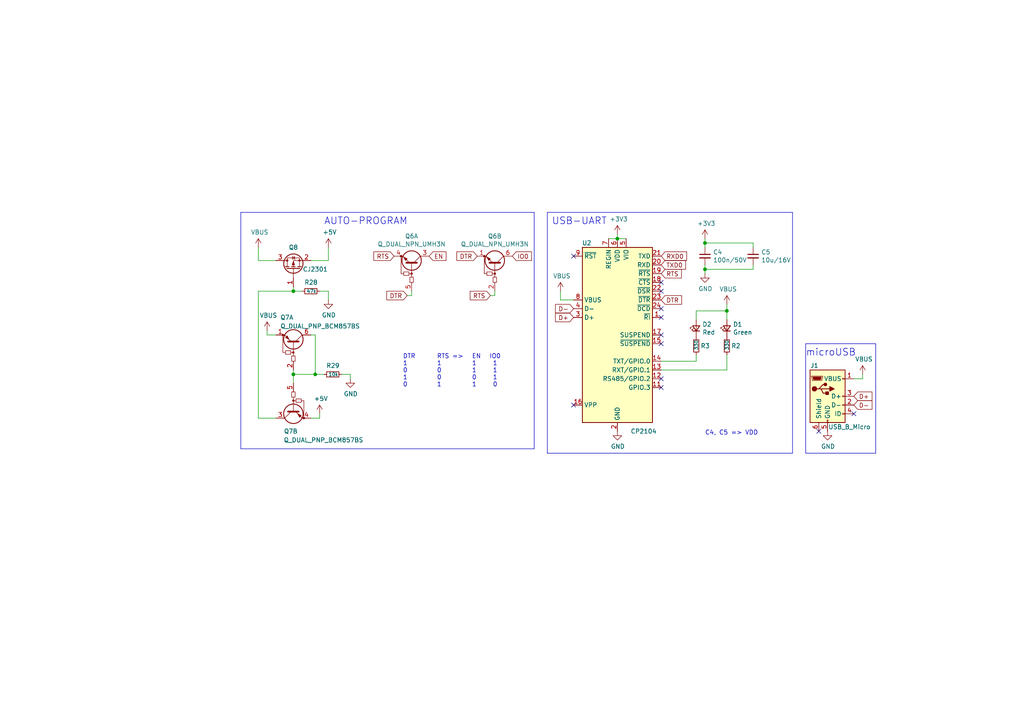
<source format=kicad_sch>
(kicad_sch (version 20230121) (generator eeschema)
  (paper "A4")
  (title_block (title "ESP32IoTPlatform") (date "2022-02-09") (rev "v4r1") (company "TVZ"))
  (lib_symbols
    (symbol "Connector:USB_B_Micro" (pin_names (offset 1.016))
      (property "Reference" "J" (at -5.08 11.43 0))
      (property "Value" "USB_B_Micro" (at -5.08 8.89 0))
      (symbol "USB_B_Micro_0_1"
        (rectangle (start -5.08 -7.62) (end 5.08 7.62) (stroke (width 0.254)) (fill (type background)))
        (circle (center -3.81 2.159) (radius 0.635) (stroke (width 0.254)) (fill (type outline)))
        (circle (center -0.635 3.429) (radius 0.381) (stroke (width 0.254)) (fill (type outline)))
        (rectangle (start -0.127 -7.62) (end 0.127 -6.858))
        (polyline (pts (xy -1.905 2.159) (xy 0.635 2.159)) (stroke (width 0.254)))
        (polyline (pts (xy -3.175 2.159) (xy -2.54 2.159) (xy -1.27 3.429) (xy -0.635 3.429)) (stroke (width 0.254)))
        (polyline (pts (xy -2.54 2.159) (xy -1.905 2.159) (xy -1.27 0.889) (xy 0 0.889)) (stroke (width 0.254)))
        (polyline (pts (xy 0.635 2.794) (xy 0.635 1.524) (xy 1.905 2.159) (xy 0.635 2.794)) (stroke (width 0.254)) (fill (type outline)))
        (polyline (pts (xy -4.318 5.588) (xy -1.778 5.588) (xy -2.032 4.826) (xy -4.064 4.826) (xy -4.318 5.588)) (fill (type outline)))
        (polyline (pts (xy -4.699 5.842) (xy -4.699 5.588) (xy -4.445 4.826) (xy -4.445 4.572) (xy -1.651 4.572) (xy -1.651 4.826) (xy -1.397 5.588) (xy -1.397 5.842) (xy -4.699 5.842)))
        (rectangle (start 0.254 1.27) (end -0.508 0.508) (stroke (width 0.254)) (fill (type outline)))
        (rectangle (start 5.08 -5.207) (end 4.318 -4.953))
        (rectangle (start 5.08 -2.667) (end 4.318 -2.413))
        (rectangle (start 5.08 -0.127) (end 4.318 0.127))
        (rectangle (start 5.08 4.953) (end 4.318 5.207))
      )
      (symbol "USB_B_Micro_1_1"
        (pin power_out line (at 7.62 5.08 180) (length 2.54) (name "VBUS") (number "1"))
        (pin bidirectional line (at 7.62 -2.54 180) (length 2.54) (name "D-") (number "2"))
        (pin bidirectional line (at 7.62 0 180) (length 2.54) (name "D+") (number "3"))
        (pin passive line (at 7.62 -5.08 180) (length 2.54) (name "ID") (number "4"))
        (pin power_out line (at 0 -10.16 90) (length 2.54) (name "GND") (number "5"))
        (pin passive line (at -2.54 -10.16 90) (length 2.54) (name "Shield") (number "6"))
      )
    )
    (symbol "Device:C_Small" (pin_numbers hide) (pin_names (offset 0.254) hide)
      (property "Reference" "C" (at 0.254 1.778 0))
      (property "Value" "C_Small" (at 0.254 -2.032 0))
      (symbol "C_Small_0_1"
        (polyline (pts (xy -1.524 -0.508) (xy 1.524 -0.508)) (stroke (width 0.3302)))
        (polyline (pts (xy -1.524 0.508) (xy 1.524 0.508)) (stroke (width 0.3048)))
      )
      (symbol "C_Small_1_1"
        (pin passive line (at 0 2.54 270) (length 2.032) (name "~") (number "1"))
        (pin passive line (at 0 -2.54 90) (length 2.032) (name "~") (number "2"))
      )
    )
    (symbol "Device:LED_Small" (pin_numbers hide) (pin_names (offset 0.254) hide)
      (property "Reference" "D" (at -1.27 3.175 0))
      (property "Value" "LED_Small" (at -4.445 -2.54 0))
      (symbol "LED_Small_0_1"
        (polyline (pts (xy -0.762 -1.016) (xy -0.762 1.016)) (stroke (width 0.254)))
        (polyline (pts (xy 1.016 0) (xy -0.762 0)))
        (polyline (pts (xy 0.762 -1.016) (xy -0.762 0) (xy 0.762 1.016) (xy 0.762 -1.016)) (stroke (width 0.254)))
        (polyline (pts (xy 0 0.762) (xy -0.508 1.27) (xy -0.254 1.27) (xy -0.508 1.27) (xy -0.508 1.016)))
        (polyline (pts (xy 0.508 1.27) (xy 0 1.778) (xy 0.254 1.778) (xy 0 1.778) (xy 0 1.524)))
      )
      (symbol "LED_Small_1_1"
        (pin passive line (at -2.54 0 0) (length 1.778) (name "K") (number "1"))
        (pin passive line (at 2.54 0 180) (length 1.778) (name "A") (number "2"))
      )
    )
    (symbol "Device:Q_Dual_NPN_NPN_BRT_E1B1C2E2B2C1" (pin_names hide)
      (property "Reference" "Q" (at 3.81 1.27 0))
      (property "Value" "Q_Dual_NPN_NPN_BRT_E1B1C2E2B2C1" (at 3.81 -1.27 0))
      (symbol "Q_Dual_NPN_NPN_BRT_E1B1C2E2B2C1_0_1"
        (rectangle (start -6.35 0.508) (end -4.826 -0.508))
        (rectangle (start -4.318 -2.286) (end -3.302 -0.762))
        (circle (center -3.81 0) (radius 0.254) (fill (type outline)))
        (polyline (pts (xy -3.81 -0.762) (xy -3.81 0)))
        (polyline (pts (xy -0.762 0) (xy -4.826 0)))
        (polyline (pts (xy -0.635 1.524) (xy -0.635 -1.524)) (stroke (width 0.508)))
        (polyline (pts (xy -3.81 -2.286) (xy -3.81 -3.048) (xy 1.27 -3.048)))
        (circle (center 1.27 -3.048) (radius 0.254) (fill (type outline)))
      )
      (symbol "Q_Dual_NPN_NPN_BRT_E1B1C2E2B2C1_1_1"
        (polyline (pts (xy -0.635 0.635) (xy 1.27 2.54)))
        (polyline (pts (xy -0.635 -0.635) (xy 1.27 -2.54) (xy 1.27 -2.54)))
        (polyline (pts (xy 0 -1.778) (xy 0.508 -1.27) (xy 1.016 -2.286) (xy 0 -1.778) (xy 0 -1.778)) (fill (type outline)))
        (circle (center 0 0) (radius 2.8194) (stroke (width 0.254)))
        (pin passive line (at 1.27 5.08 270) (length 2.54) (name "C1") (number "3"))
        (pin passive line (at 1.27 -5.08 90) (length 2.54) (name "E1") (number "4"))
        (pin input line (at -8.89 0 0) (length 2.54) (name "B1") (number "5"))
      )
      (symbol "Q_Dual_NPN_NPN_BRT_E1B1C2E2B2C1_2_1"
        (polyline (pts (xy -0.635 0.635) (xy 1.27 2.54)))
        (polyline (pts (xy -0.635 -0.635) (xy 1.27 -2.54) (xy 1.27 -2.54)))
        (polyline (pts (xy 0 -1.778) (xy 0.508 -1.27) (xy 1.016 -2.286) (xy 0 -1.778) (xy 0 -1.778)) (fill (type outline)))
        (circle (center 0 0) (radius 2.8194) (stroke (width 0.254)))
        (pin passive line (at 1.27 -5.08 90) (length 2.54) (name "E1") (number "1"))
        (pin input line (at -8.89 0 0) (length 2.54) (name "B1") (number "2"))
        (pin passive line (at 1.27 5.08 270) (length 2.54) (name "C1") (number "6"))
      )
    )
    (symbol "Device:Q_Dual_PNP_PNP_BRT_E1B1C2E2B2C1" (pin_names hide)
      (property "Reference" "Q" (at 3.81 1.27 0))
      (property "Value" "Q_Dual_PNP_PNP_BRT_E1B1C2E2B2C1" (at 3.81 -1.27 0))
      (symbol "Q_Dual_PNP_PNP_BRT_E1B1C2E2B2C1_0_1"
        (rectangle (start -6.35 0.508) (end -4.826 -0.508))
        (rectangle (start -4.318 -2.286) (end -3.302 -0.762))
        (circle (center -3.81 0) (radius 0.254) (fill (type outline)))
        (polyline (pts (xy -3.81 -0.762) (xy -3.81 0)))
        (polyline (pts (xy -0.762 0) (xy -4.826 0)))
        (polyline (pts (xy -0.635 1.524) (xy -0.635 -1.524)) (stroke (width 0.508)))
        (polyline (pts (xy -3.81 -2.286) (xy -3.81 -3.048) (xy 1.27 -3.048)))
        (polyline (pts (xy 1.016 -1.778) (xy 0.508 -2.286) (xy 0 -1.27) (xy 1.016 -1.778) (xy 1.016 -1.778)) (fill (type outline)))
        (circle (center 1.27 -3.048) (radius 0.254) (fill (type outline)))
      )
      (symbol "Q_Dual_PNP_PNP_BRT_E1B1C2E2B2C1_1_1"
        (polyline (pts (xy -0.635 0.635) (xy 1.27 2.54)))
        (polyline (pts (xy -0.635 -0.635) (xy 1.27 -2.54) (xy 1.27 -2.54)))
        (circle (center 0 0) (radius 2.8194) (stroke (width 0.254)))
        (pin passive line (at 1.27 -5.08 90) (length 2.54) (name "E1") (number "1"))
        (pin input line (at -8.89 0 0) (length 2.54) (name "B1") (number "2"))
        (pin passive line (at 1.27 5.08 270) (length 2.54) (name "C1") (number "6"))
      )
      (symbol "Q_Dual_PNP_PNP_BRT_E1B1C2E2B2C1_2_1"
        (polyline (pts (xy -0.635 0.635) (xy 1.27 2.54)))
        (polyline (pts (xy -0.635 -0.635) (xy 1.27 -2.54) (xy 1.27 -2.54)))
        (circle (center 0 0) (radius 2.8194) (stroke (width 0.254)))
        (pin passive line (at 1.27 5.08 270) (length 2.54) (name "C2") (number "3"))
        (pin passive line (at 1.27 -5.08 90) (length 2.54) (name "E2") (number "4"))
        (pin input line (at -8.89 0 0) (length 2.54) (name "B2") (number "5"))
      )
    )
    (symbol "Device:R_Small" (pin_numbers hide) (pin_names (offset 0.254) hide)
      (property "Reference" "R" (at 0.762 0.508 0))
      (property "Value" "R_Small" (at 0.762 -1.016 0))
      (symbol "R_Small_0_1"
        (rectangle (start -0.762 1.778) (end 0.762 -1.778) (stroke (width 0.2032)))
      )
      (symbol "R_Small_1_1"
        (pin passive line (at 0 2.54 270) (length 0.762) (name "~") (number "1"))
        (pin passive line (at 0 -2.54 90) (length 0.762) (name "~") (number "2"))
      )
    )
    (symbol "Interface_USB:CP2104"
      (property "Reference" "U" (at -5.08 28.575 0))
      (property "Value" "CP2104" (at -5.08 26.67 0))
      (symbol "CP2104_1_1"
        (rectangle (start -10.16 25.4) (end 10.16 -25.4) (stroke (width 0.254)) (fill (type background)))
        (pin input line (at 12.7 5.08 180) (length 2.54) (name "~{RI}") (number "1"))
        (pin no_connect line (at 10.16 -20.32 180) (length 2.54) hide (name "NC") (number "10"))
        (pin bidirectional line (at 12.7 -15.24 180) (length 2.54) (name "GPIO.3") (number "11"))
        (pin bidirectional line (at 12.7 -12.7 180) (length 2.54) (name "RS485/GPIO.2") (number "12"))
        (pin bidirectional line (at 12.7 -10.16 180) (length 2.54) (name "RXT/GPIO.1") (number "13"))
        (pin bidirectional line (at 12.7 -7.62 180) (length 2.54) (name "TXT/GPIO.0") (number "14"))
        (pin output line (at 12.7 -2.54 180) (length 2.54) (name "~{SUSPEND}") (number "15"))
        (pin passive line (at -12.7 -20.32 0) (length 2.54) (name "VPP") (number "16"))
        (pin output line (at 12.7 0 180) (length 2.54) (name "SUSPEND") (number "17"))
        (pin input line (at 12.7 15.24 180) (length 2.54) (name "~{CTS}") (number "18"))
        (pin output line (at 12.7 17.78 180) (length 2.54) (name "~{RTS}") (number "19"))
        (pin power_in line (at 0 -27.94 90) (length 2.54) (name "GND") (number "2"))
        (pin input line (at 12.7 20.32 180) (length 2.54) (name "RXD") (number "20"))
        (pin output line (at 12.7 22.86 180) (length 2.54) (name "TXD") (number "21"))
        (pin input line (at 12.7 12.7 180) (length 2.54) (name "~{DSR}") (number "22"))
        (pin output line (at 12.7 10.16 180) (length 2.54) (name "~{DTR}") (number "23"))
        (pin input line (at 12.7 7.62 180) (length 2.54) (name "~{DCD}") (number "24"))
        (pin passive line (at 0 -27.94 90) (length 2.54) hide (name "GND") (number "25"))
        (pin bidirectional line (at -12.7 5.08 0) (length 2.54) (name "D+") (number "3"))
        (pin bidirectional line (at -12.7 7.62 0) (length 2.54) (name "D-") (number "4"))
        (pin power_in line (at 2.54 27.94 270) (length 2.54) (name "VIO") (number "5"))
        (pin power_in line (at 0 27.94 270) (length 2.54) (name "VDD") (number "6"))
        (pin power_in line (at -2.54 27.94 270) (length 2.54) (name "REGIN") (number "7"))
        (pin input line (at -12.7 10.16 0) (length 2.54) (name "VBUS") (number "8"))
        (pin bidirectional line (at -12.7 22.86 0) (length 2.54) (name "~{RST}") (number "9"))
      )
    )
    (symbol "Transistor_FET:Si2319CDS" (pin_names hide)
      (property "Reference" "Q" (at 5.08 1.905 0))
      (property "Value" "Si2319CDS" (at 5.08 0 0))
      (symbol "Si2319CDS_0_1"
        (polyline (pts (xy 0.254 0) (xy -2.54 0)))
        (polyline (pts (xy 0.254 1.905) (xy 0.254 -1.905)) (stroke (width 0.254)))
        (polyline (pts (xy 0.762 -1.27) (xy 0.762 -2.286)) (stroke (width 0.254)))
        (polyline (pts (xy 0.762 0.508) (xy 0.762 -0.508)) (stroke (width 0.254)))
        (polyline (pts (xy 0.762 2.286) (xy 0.762 1.27)) (stroke (width 0.254)))
        (polyline (pts (xy 2.54 2.54) (xy 2.54 1.778)))
        (polyline (pts (xy 2.54 -2.54) (xy 2.54 0) (xy 0.762 0)))
        (polyline (pts (xy 0.762 1.778) (xy 3.302 1.778) (xy 3.302 -1.778) (xy 0.762 -1.778)))
        (polyline (pts (xy 2.286 0) (xy 1.27 0.381) (xy 1.27 -0.381) (xy 2.286 0)) (fill (type outline)))
        (polyline (pts (xy 2.794 -0.508) (xy 2.921 -0.381) (xy 3.683 -0.381) (xy 3.81 -0.254)))
        (polyline (pts (xy 3.302 -0.381) (xy 2.921 0.254) (xy 3.683 0.254) (xy 3.302 -0.381)))
        (circle (center 1.651 0) (radius 2.794) (stroke (width 0.254)))
        (circle (center 2.54 -1.778) (radius 0.254) (fill (type outline)))
        (circle (center 2.54 1.778) (radius 0.254) (fill (type outline)))
      )
      (symbol "Si2319CDS_1_1"
        (pin input line (at -5.08 0 0) (length 2.54) (name "G") (number "1"))
        (pin passive line (at 2.54 -5.08 90) (length 2.54) (name "S") (number "2"))
        (pin passive line (at 2.54 5.08 270) (length 2.54) (name "D") (number "3"))
      )
    )
    (symbol "power:+3V3" (power) (pin_names (offset 0))
      (property "Value" "+3V3" (at 0 3.556 0))
      (symbol "+3V3_0_1"
        (polyline (pts (xy -0.762 1.27) (xy 0 2.54)))
        (polyline (pts (xy 0 0) (xy 0 2.54)))
        (polyline (pts (xy 0 2.54) (xy 0.762 1.27)))
      )
      (symbol "+3V3_1_1"
        (pin power_in line (at 0 0 90) (length 0) hide (name "+3V3") (number "1"))
      )
    )
    (symbol "power:+5V" (power) (pin_names (offset 0))
      (property "Value" "+5V" (at 0 3.556 0))
      (symbol "+5V_0_1"
        (polyline (pts (xy -0.762 1.27) (xy 0 2.54)))
        (polyline (pts (xy 0 0) (xy 0 2.54)))
        (polyline (pts (xy 0 2.54) (xy 0.762 1.27)))
      )
      (symbol "+5V_1_1"
        (pin power_in line (at 0 0 90) (length 0) hide (name "+5V") (number "1"))
      )
    )
    (symbol "power:GND" (power) (pin_names (offset 0))
      (property "Value" "GND" (at 0 -3.81 0))
      (symbol "GND_0_1"
        (polyline (pts (xy 0 0) (xy 0 -1.27) (xy 1.27 -1.27) (xy 0 -2.54) (xy -1.27 -1.27) (xy 0 -1.27)))
      )
      (symbol "GND_1_1"
        (pin power_in line (at 0 0 270) (length 0) hide (name "GND") (number "1"))
      )
    )
    (symbol "power:VBUS" (power) (pin_names (offset 0))
      (property "Value" "VBUS" (at 0 3.81 0))
      (symbol "VBUS_0_1"
        (polyline (pts (xy -0.762 1.27) (xy 0 2.54)))
        (polyline (pts (xy 0 0) (xy 0 2.54)))
        (polyline (pts (xy 0 2.54) (xy 0.762 1.27)))
      )
      (symbol "VBUS_1_1"
        (pin power_in line (at 0 0 90) (length 0) hide (name "VBUS") (number "1"))
      )
    )
  )
  (junction (at 204.47 70.485))
  (junction (at 85.09 84.455))
  (junction (at 91.44 108.585))
  (junction (at 204.47 78.105))
  (junction (at 210.82 90.17))
  (junction (at 179.07 69.215))
  (junction (at 85.09 108.585))
  (no_connect (at 166.37 117.475))
  (no_connect (at 247.65 120.015))
  (no_connect (at 191.77 97.155))
  (no_connect (at 191.77 92.075))
  (no_connect (at 191.77 99.695))
  (no_connect (at 191.77 81.915))
  (no_connect (at 191.77 89.535))
  (no_connect (at 191.77 112.395))
  (no_connect (at 237.49 125.095))
  (no_connect (at 191.77 109.855))
  (no_connect (at 191.77 84.455))
  (no_connect (at 166.37 74.295))
  (polyline (pts (xy 229.87 131.445) (xy 229.87 61.595)))
  (polyline (pts (xy 158.75 131.445) (xy 229.87 131.445)))
  (wire (pts (xy 210.82 88.265) (xy 210.82 90.17)))
  (wire (pts (xy 74.93 75.565) (xy 80.01 75.565)))
  (wire (pts (xy 218.44 71.755) (xy 218.44 70.485)))
  (wire (pts (xy 142.24 85.725) (xy 143.51 85.725)))
  (wire (pts (xy 74.93 71.755) (xy 74.93 75.565)))
  (wire (pts (xy 77.47 97.155) (xy 80.01 97.155)))
  (wire (pts (xy 218.44 76.835) (xy 218.44 78.105)))
  (polyline (pts (xy 233.68 99.695) (xy 233.68 131.445)))
  (wire (pts (xy 74.93 84.455) (xy 85.09 84.455)))
  (wire (pts (xy 210.82 107.315) (xy 210.82 102.87)))
  (polyline (pts (xy 69.85 61.595) (xy 154.94 61.595)))
  (wire (pts (xy 85.09 108.585) (xy 85.09 107.315)))
  (wire (pts (xy 77.47 95.885) (xy 77.47 97.155)))
  (wire (pts (xy 91.44 97.155) (xy 91.44 108.585)))
  (wire (pts (xy 99.06 108.585) (xy 101.6 108.585)))
  (wire (pts (xy 119.38 85.725) (xy 119.38 84.455)))
  (wire (pts (xy 101.6 108.585) (xy 101.6 109.855)))
  (wire (pts (xy 204.47 71.755) (xy 204.47 70.485)))
  (wire (pts (xy 92.71 84.455) (xy 95.25 84.455)))
  (wire (pts (xy 85.09 84.455) (xy 85.09 83.185)))
  (wire (pts (xy 92.71 120.015) (xy 92.71 121.285)))
  (polyline (pts (xy 69.85 130.175) (xy 106.68 130.175)))
  (wire (pts (xy 201.93 104.775) (xy 201.93 102.87)))
  (wire (pts (xy 210.82 90.17) (xy 210.82 92.71)))
  (polyline (pts (xy 154.94 130.175) (xy 106.68 130.175)))
  (wire (pts (xy 204.47 78.105) (xy 204.47 76.835)))
  (polyline (pts (xy 69.85 61.595) (xy 69.85 130.175)))
  (wire (pts (xy 91.44 108.585) (xy 93.98 108.585)))
  (wire (pts (xy 181.61 69.215) (xy 179.07 69.215)))
  (wire (pts (xy 91.44 97.155) (xy 90.17 97.155)))
  (wire (pts (xy 85.09 108.585) (xy 85.09 111.125)))
  (polyline (pts (xy 158.75 61.595) (xy 158.75 131.445)))
  (polyline (pts (xy 154.94 61.595) (xy 154.94 89.535)))
  (wire (pts (xy 176.53 69.215) (xy 179.07 69.215)))
  (wire (pts (xy 191.77 107.315) (xy 210.82 107.315)))
  (wire (pts (xy 74.93 121.285) (xy 80.01 121.285)))
  (polyline (pts (xy 154.94 89.535) (xy 154.94 130.175)))
  (wire (pts (xy 201.93 90.17) (xy 210.82 90.17)))
  (wire (pts (xy 201.93 90.17) (xy 201.93 92.71)))
  (wire (pts (xy 204.47 69.215) (xy 204.47 70.485)))
  (polyline (pts (xy 254 99.695) (xy 233.68 99.695)))
  (wire (pts (xy 95.25 84.455) (xy 95.25 86.995)))
  (wire (pts (xy 191.77 104.775) (xy 201.93 104.775)))
  (polyline (pts (xy 229.87 61.595) (xy 158.75 61.595)))
  (wire (pts (xy 74.93 84.455) (xy 74.93 121.285)))
  (wire (pts (xy 162.56 86.995) (xy 166.37 86.995)))
  (wire (pts (xy 204.47 70.485) (xy 218.44 70.485)))
  (wire (pts (xy 95.25 75.565) (xy 90.17 75.565)))
  (wire (pts (xy 95.25 71.755) (xy 95.25 75.565)))
  (polyline (pts (xy 254 131.445) (xy 233.68 131.445)))
  (wire (pts (xy 85.09 108.585) (xy 91.44 108.585)))
  (wire (pts (xy 250.19 109.855) (xy 250.19 108.585)))
  (wire (pts (xy 179.07 67.945) (xy 179.07 69.215)))
  (wire (pts (xy 162.56 84.455) (xy 162.56 86.995)))
  (wire (pts (xy 118.11 85.725) (xy 119.38 85.725)))
  (wire (pts (xy 87.63 84.455) (xy 85.09 84.455)))
  (wire (pts (xy 247.65 109.855) (xy 250.19 109.855)))
  (wire (pts (xy 143.51 85.725) (xy 143.51 84.455)))
  (wire (pts (xy 92.71 121.285) (xy 90.17 121.285)))
  (wire (pts (xy 204.47 78.105) (xy 204.47 79.375)))
  (polyline (pts (xy 254 131.445) (xy 254 99.695)))
  (wire (pts (xy 204.47 78.105) (xy 218.44 78.105)))
  (text "AUTO-PROGRAM" (at 93.98 65.405 0) (effects (font (size 2.0066 2.0066)) (justify left bottom)))
  (text "C4, C5 => VDD" (at 204.47 126.365 0) (effects (font (size 1.27 1.27)) (justify left bottom)))
  (text "USB-UART" (at 160.02 65.405 0) (effects (font (size 2.0066 2.0066)) (justify left bottom)))
  (text "DTR		RTS => 	EN	IO0\n1		1		1	 1\n0		0		1	 1\n1		0		0	 1\n0		1		1	 0" (at 116.84 112.395 0) (effects (font (size 1.27 1.27)) (justify left bottom)))
  (text "microUSB" (at 233.68 103.505 0) (effects (font (size 2.0066 2.0066)) (justify left bottom)))
  (global_label "DTR" (shape input) (at 118.11 85.725 180) (property "Intersheetrefs" "${INTERSHEET_REFS}" (effects hide)))
  (global_label "EN" (shape input) (at 124.46 74.295 0) (property "Intersheetrefs" "${INTERSHEET_REFS}" (effects hide)))
  (global_label "RTS" (shape input) (at 191.77 79.375 0) (property "Intersheetrefs" "${INTERSHEET_REFS}" (effects hide)))
  (global_label "D+" (shape input) (at 247.65 114.935 0) (property "Intersheetrefs" "${INTERSHEET_REFS}" (effects hide)))
  (global_label "RXD0" (shape input) (at 191.77 74.295 0) (property "Intersheetrefs" "${INTERSHEET_REFS}" (effects hide)))
  (global_label "D-" (shape input) (at 247.65 117.475 0) (property "Intersheetrefs" "${INTERSHEET_REFS}" (effects hide)))
  (global_label "RTS" (shape input) (at 142.24 85.725 180) (property "Intersheetrefs" "${INTERSHEET_REFS}" (effects hide)))
  (global_label "RTS" (shape input) (at 114.3 74.295 180) (property "Intersheetrefs" "${INTERSHEET_REFS}" (effects hide)))
  (global_label "DTR" (shape input) (at 138.43 74.295 180) (property "Intersheetrefs" "${INTERSHEET_REFS}" (effects hide)))
  (global_label "D-" (shape input) (at 166.37 89.535 180) (property "Intersheetrefs" "${INTERSHEET_REFS}" (effects hide)))
  (global_label "DTR" (shape input) (at 191.77 86.995 0) (property "Intersheetrefs" "${INTERSHEET_REFS}" (effects hide)))
  (global_label "D+" (shape input) (at 166.37 92.075 180) (property "Intersheetrefs" "${INTERSHEET_REFS}" (effects hide)))
  (global_label "TXD0" (shape input) (at 191.77 76.835 0) (property "Intersheetrefs" "${INTERSHEET_REFS}" (effects hide)))
  (global_label "IO0" (shape input) (at 148.59 74.295 0) (property "Intersheetrefs" "${INTERSHEET_REFS}" (effects hide)))
  (symbol (lib_id "Device:R_Small") (at 96.52 108.585 270) (unit 1)
    (property "Reference" "R29" (at 94.615 106.045 90) (effects (justify left)))
    (property "Value" "10k" (at 95.25 108.585 90) (effects (font (size 1 1)) (justify left)))
    (property "Footprint" "Resistor_SMD:R_0805_2012Metric" (effects hide))
  )
  (symbol (lib_id "power:VBUS") (at 77.47 95.885 0) (unit 1)
    (property "Reference" "#PWR0194" (effects hide))
    (property "Value" "VBUS" (at 77.851 91.4908 0))
  )
  (symbol (lib_id "Device:Q_Dual_PNP_PNP_BRT_E1B1C2E2B2C1") (at 85.09 120.015 90) (mirror x) (unit 2)
    (property "Reference" "Q7" (at 86.36 125.095 90) (effects (justify left)))
    (property "Value" "Q_DUAL_PNP_BCM857BS" (at 105.41 127.635 90) (effects (justify left)))
    (property "Footprint" "Package_TO_SOT_SMD:SOT-363_SC-70-6" (effects hide))
  )
  (symbol (lib_id "power:VBUS") (at 210.82 88.265 0) (unit 1)
    (property "Reference" "#PWR0190" (effects hide))
    (property "Value" "VBUS" (at 211.201 83.8708 0))
  )
  (symbol (lib_id "Device:LED_Small") (at 210.82 95.25 90) (unit 1)
    (property "Reference" "D1" (at 212.598 94.0816 90) (effects (justify right)))
    (property "Value" "Green" (at 212.598 96.393 90) (effects (justify right)))
    (property "Footprint" "LED_SMD:LED_0805_2012Metric" (effects hide))
  )
  (symbol (lib_id "power:VBUS") (at 74.93 71.755 0) (unit 1)
    (property "Reference" "#PWR0195" (effects hide))
    (property "Value" "VBUS" (at 75.311 67.3608 0))
  )
  (symbol (lib_id "power:GND") (at 101.6 109.855 0) (unit 1)
    (property "Reference" "#PWR0188" (effects hide))
    (property "Value" "GND" (at 101.727 114.2492 0))
  )
  (symbol (lib_id "Connector:USB_B_Micro") (at 240.03 114.935 0) (unit 1)
    (property "Reference" "J1" (at 236.22 106.045 0))
    (property "Value" "USB_B_Micro" (at 246.38 123.825 0))
    (property "Footprint" "ESP32IoTPlatform:USB_Micro-AB_Molex_47590-0001" (effects hide))
  )
  (symbol (lib_id "power:+3V3") (at 204.47 69.215 0) (unit 1)
    (property "Reference" "#PWR0191" (effects hide))
    (property "Value" "+3V3" (at 204.851 64.8208 0))
  )
  (symbol (lib_id "Transistor_FET:Si2319CDS") (at 85.09 78.105 90) (unit 1)
    (property "Reference" "Q8" (at 85.09 71.755 90))
    (property "Value" "CJ2301" (at 91.44 78.105 90))
    (property "Footprint" "Package_TO_SOT_SMD:SOT-23" (effects hide))
    (property "Datasheet" "http://www.vishay.com/docs/66709/si2319cd.pdf" (effects hide))
  )
  (symbol (lib_id "power:+3V3") (at 179.07 67.945 0) (unit 1)
    (property "Reference" "#PWR0192" (effects hide))
    (property "Value" "+3V3" (at 179.451 63.5508 0))
  )
  (symbol (lib_id "power:VBUS") (at 250.19 108.585 0) (unit 1)
    (property "Reference" "#PWR0183" (effects hide))
    (property "Value" "VBUS" (at 250.571 104.1908 0))
  )
  (symbol (lib_id "power:GND") (at 240.03 125.095 0) (unit 1)
    (property "Reference" "#PWR0184" (effects hide))
    (property "Value" "GND" (at 240.157 129.4892 0))
  )
  (symbol (lib_id "power:GND") (at 179.07 125.095 0) (unit 1)
    (property "Reference" "#PWR0189" (effects hide))
    (property "Value" "GND" (at 179.197 129.4892 0))
  )
  (symbol (lib_id "Device:R_Small") (at 90.17 84.455 270) (unit 1)
    (property "Reference" "R28" (at 88.265 81.915 90) (effects (justify left)))
    (property "Value" "47k" (at 88.9 84.455 90) (effects (font (size 1 1)) (justify left)))
    (property "Footprint" "Resistor_SMD:R_0805_2012Metric" (effects hide))
  )
  (symbol (lib_id "Device:Q_Dual_NPN_NPN_BRT_E1B1C2E2B2C1") (at 119.38 75.565 270) (mirror x) (unit 1)
    (property "Reference" "Q6" (at 119.38 68.5038 90))
    (property "Value" "Q_DUAL_NPN_UMH3N" (at 119.38 70.8152 90))
    (property "Footprint" "Package_TO_SOT_SMD:SOT-363_SC-70-6" (effects hide))
  )
  (symbol (lib_id "power:+5V") (at 92.71 120.015 0) (unit 1)
    (property "Reference" "#PWR0186" (effects hide))
    (property "Value" "+5V" (at 93.091 115.6208 0))
  )
  (symbol (lib_id "power:GND") (at 95.25 86.995 0) (unit 1)
    (property "Reference" "#PWR0187" (effects hide))
    (property "Value" "GND" (at 95.377 91.3892 0))
  )
  (symbol (lib_id "Device:C_Small") (at 218.44 74.295 0) (unit 1)
    (property "Reference" "C5" (at 220.7768 73.1266 0) (effects (justify left)))
    (property "Value" "10u/16V" (at 220.7768 75.438 0) (effects (justify left)))
    (property "Footprint" "Capacitor_SMD:C_0805_2012Metric" (effects hide))
  )
  (symbol (lib_id "Device:R_Small") (at 201.93 100.33 180) (unit 1)
    (property "Reference" "R3" (at 203.2 100.33 0) (effects (justify right)))
    (property "Value" "330" (at 201.93 101.6 90) (effects (font (size 1 1)) (justify right)))
    (property "Footprint" "Resistor_SMD:R_0805_2012Metric" (effects hide))
  )
  (symbol (lib_id "Interface_USB:CP2104") (at 179.07 97.155 0) (unit 1)
    (property "Reference" "U2" (at 170.18 70.485 0))
    (property "Value" "CP2104" (at 186.69 125.095 0))
    (property "Footprint" "Package_DFN_QFN:QFN-24-1EP_4x4mm_P0.5mm_EP2.6x2.6mm" (effects hide))
    (property "Datasheet" "https://www.silabs.com/documents/public/data-sheets/cp2104.pdf" (effects hide))
  )
  (symbol (lib_id "Device:Q_Dual_PNP_PNP_BRT_E1B1C2E2B2C1") (at 85.09 98.425 270) (mirror x) (unit 1)
    (property "Reference" "Q7" (at 81.28 92.075 90) (effects (justify left)))
    (property "Value" "Q_DUAL_PNP_BCM857BS" (at 81.28 94.615 90) (effects (justify left)))
    (property "Footprint" "Package_TO_SOT_SMD:SOT-363_SC-70-6" (effects hide))
  )
  (symbol (lib_id "Device:R_Small") (at 210.82 100.33 180) (unit 1)
    (property "Reference" "R2" (at 212.09 100.33 0) (effects (justify right)))
    (property "Value" "330" (at 210.82 101.6 90) (effects (font (size 1 1)) (justify right)))
    (property "Footprint" "Resistor_SMD:R_0805_2012Metric" (effects hide))
  )
  (symbol (lib_id "Device:Q_Dual_NPN_NPN_BRT_E1B1C2E2B2C1") (at 143.51 75.565 270) (mirror x) (unit 2)
    (property "Reference" "Q6" (at 143.51 68.5038 90))
    (property "Value" "Q_DUAL_NPN_UMH3N" (at 143.51 70.8152 90))
    (property "Footprint" "Package_TO_SOT_SMD:SOT-363_SC-70-6" (effects hide))
  )
  (symbol (lib_id "power:+5V") (at 95.25 71.755 0) (unit 1)
    (property "Reference" "#PWR0196" (effects hide))
    (property "Value" "+5V" (at 95.631 67.3608 0))
  )
  (symbol (lib_id "Device:C_Small") (at 204.47 74.295 0) (unit 1)
    (property "Reference" "C4" (at 206.8068 73.1266 0) (effects (justify left)))
    (property "Value" "100n/50V" (at 206.8068 75.438 0) (effects (justify left)))
    (property "Footprint" "Capacitor_SMD:C_0805_2012Metric" (effects hide))
  )
  (symbol (lib_id "Device:LED_Small") (at 201.93 95.25 90) (unit 1)
    (property "Reference" "D2" (at 203.708 94.0816 90) (effects (justify right)))
    (property "Value" "Red" (at 203.708 96.393 90) (effects (justify right)))
    (property "Footprint" "LED_SMD:LED_0805_2012Metric" (effects hide))
  )
  (symbol (lib_id "power:GND") (at 204.47 79.375 0) (unit 1)
    (property "Reference" "#PWR0185" (effects hide))
    (property "Value" "GND" (at 204.597 83.7692 0))
  )
  (symbol (lib_id "power:VBUS") (at 162.56 84.455 0) (unit 1)
    (property "Reference" "#PWR0193" (effects hide))
    (property "Value" "VBUS" (at 162.941 80.0608 0))
  )
)
</source>
